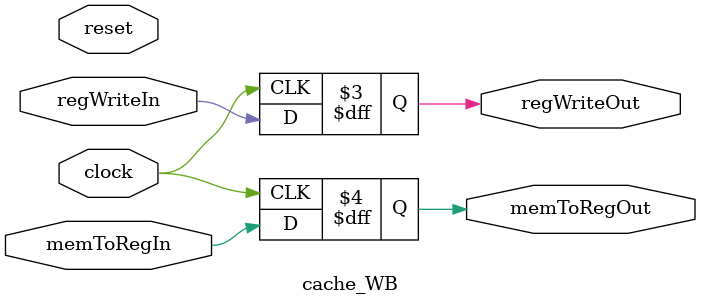
<source format=v>
`timescale 1ns / 1ps
module cache_32(clock, reset, INPUT, OUTPUT);
    input clock;
	 input reset;
	 input [31:0] INPUT;
	 output reg [31:0] OUTPUT;
	 initial begin
	    OUTPUT <= 0;
	 end
	 always @ (posedge clock)
	 begin
	     /*if (reset) OUTPUT = 32'b00000000000000000000000000000000;
		  else */OUTPUT = INPUT;
	 end
endmodule

module cache_1(clock, reset, INPUT, OUTPUT);
    input clock;
	 input reset;
	 input INPUT;
	 output reg OUTPUT;
	 initial begin
	    OUTPUT <= 0;
	 end
	 always @ (posedge clock)
	 begin
	     /*if (reset) OUTPUT = 0;
		  else */OUTPUT = INPUT;
	 end
endmodule

module cache_5(clock, reset, INPUT, OUTPUT);
    input clock;
	 input reset;
	 input [4:0] INPUT;
	 output reg [4:0] OUTPUT;
	 initial begin
	    OUTPUT <= 0;
	 end
	 always @ (posedge clock)
	 begin
	     /*if (reset) OUTPUT = 5'b00000;
		  else */OUTPUT = INPUT;
	 end
endmodule

module cache_Ex(clock, reset, regDstIn, AluOpIn, ALUSrcIn, regDstOut, AluOpOut, ALUSrcOut);
    input clock;
	 input reset;
	 input regDstIn;
	 input [1:0] AluOpIn;
	 input ALUSrcIn;
	 output reg regDstOut;
	 output reg [1:0] AluOpOut;
	 output reg ALUSrcOut;
	 initial begin
	     regDstOut = 0;
		  AluOpOut = 0;
		  ALUSrcOut = 0;
	 end
	 always @ (posedge clock)
	 begin
	     /*if (reset) begin
		      regDstOut = 0;
		      AluOpOut = 0;
		      ALUSrcOut = 0;
		  end
		  else */begin
		      regDstOut = regDstIn;
		      AluOpOut = AluOpIn;
		      ALUSrcOut = ALUSrcIn;
		  end
	 end
endmodule

module cache_M(clock, reset, branchIn, memReadIn, memWriteIn, branchOut, memReadOut, memWriteOut);
    input clock;
	 input reset;
	 input branchIn;
	 input memReadIn;
	 input memWriteIn;
	 output reg branchOut;
	 output reg memReadOut;
	 output reg memWriteOut;
	 initial begin
	     branchOut = 0;
		  memReadOut = 0;
		  memWriteOut = 0;
	 end
	 always @ (posedge clock)
	 begin
	     /*if (reset) begin
		      branchOut = 0;
		      memReadOut = 0;
		      memWriteOut = 0;
		  end
		  else */begin
		      branchOut = branchIn;
		      memReadOut = memReadIn;
		      memWriteOut = memWriteIn;
		  end
	 end
endmodule

module cache_WB(clock, reset, regWriteIn, memToRegIn, regWriteOut, memToRegOut);
    input clock;
	 input reset;
	 input regWriteIn;
	 input memToRegIn;
	 output reg regWriteOut;
	 output reg memToRegOut;
	 initial begin
	     regWriteOut = 0;
		  memToRegOut = 0;
	 end
	 always @ (posedge clock)
	 begin
	     /*if (reset) begin
	         regWriteOut = 0;
		      memToRegOut = 0;
		  end
		  else */begin
	         regWriteOut = regWriteIn;
		      memToRegOut = memToRegIn;
		  end
	 end
endmodule
</source>
